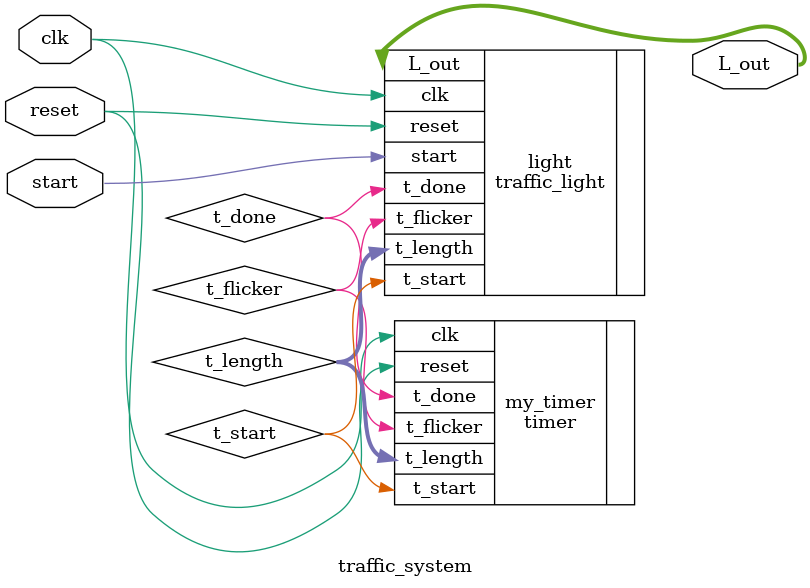
<source format=sv>
module traffic_system(
    input logic clk,
    input logic reset,
    input logic start,
    output logic [1:0] L_out
);

// Enter X and Y here
	localparam X = 5'd1;
	localparam Y = 5'd6;

// Put your code here
// ------------------

    logic[4:0] t_length;
    logic t_start, t_flicker, t_done;

    timer my_timer(
        .clk(clk),
        .reset(reset),
        .t_start(t_start),
        .t_length(t_length),

        .t_flicker(t_flicker),
        .t_done(t_done)
    );

    traffic_light #(
        .RED_DURATION(5'd20 + X),
        .GREEN_DURATION(5'd20 + Y)
    ) light (
        // inputs
        .clk(clk),
        .reset(reset),
        .start(start),
        .t_flicker(t_flicker),
        .t_done(t_done),

        // outputs
        .t_start(t_start),
        .t_length(t_length),
        .L_out(L_out)
    );

// end of your code
endmodule

</source>
